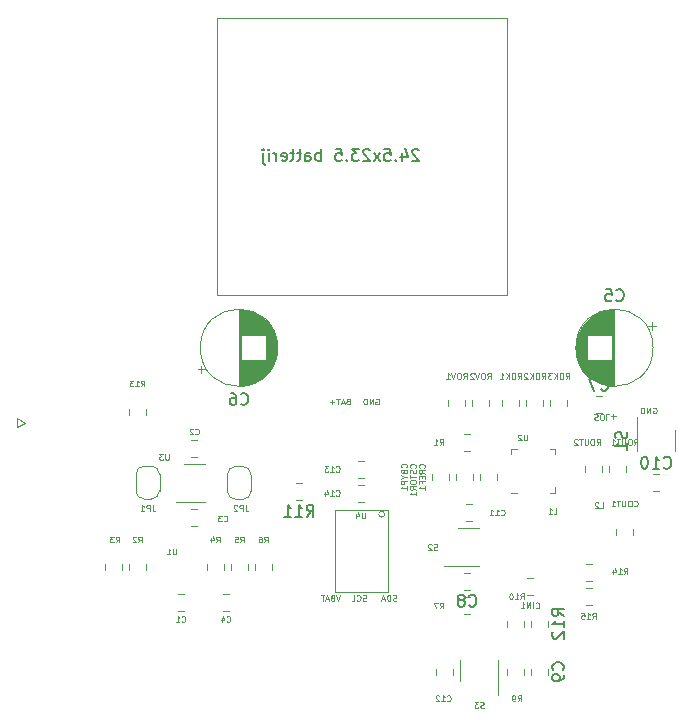
<source format=gbo>
G04 #@! TF.GenerationSoftware,KiCad,Pcbnew,(5.1.5)-3*
G04 #@! TF.CreationDate,2020-08-17T10:15:17+02:00*
G04 #@! TF.ProjectId,Power_module_v1,506f7765-725f-46d6-9f64-756c655f7631,rev?*
G04 #@! TF.SameCoordinates,Original*
G04 #@! TF.FileFunction,Legend,Bot*
G04 #@! TF.FilePolarity,Positive*
%FSLAX46Y46*%
G04 Gerber Fmt 4.6, Leading zero omitted, Abs format (unit mm)*
G04 Created by KiCad (PCBNEW (5.1.5)-3) date 2020-08-17 10:15:17*
%MOMM*%
%LPD*%
G04 APERTURE LIST*
%ADD10C,0.125000*%
%ADD11C,0.120000*%
%ADD12C,0.150000*%
G04 APERTURE END LIST*
D10*
X142339333Y-83617619D02*
X142410761Y-83593809D01*
X142529809Y-83593809D01*
X142577428Y-83617619D01*
X142601238Y-83641428D01*
X142625047Y-83689047D01*
X142625047Y-83736666D01*
X142601238Y-83784285D01*
X142577428Y-83808095D01*
X142529809Y-83831904D01*
X142434571Y-83855714D01*
X142386952Y-83879523D01*
X142363142Y-83903333D01*
X142339333Y-83950952D01*
X142339333Y-83998571D01*
X142363142Y-84046190D01*
X142386952Y-84070000D01*
X142434571Y-84093809D01*
X142553619Y-84093809D01*
X142625047Y-84070000D01*
X142934571Y-84093809D02*
X143029809Y-84093809D01*
X143077428Y-84070000D01*
X143125047Y-84022380D01*
X143148857Y-83927142D01*
X143148857Y-83760476D01*
X143125047Y-83665238D01*
X143077428Y-83617619D01*
X143029809Y-83593809D01*
X142934571Y-83593809D01*
X142886952Y-83617619D01*
X142839333Y-83665238D01*
X142815523Y-83760476D01*
X142815523Y-83927142D01*
X142839333Y-84022380D01*
X142886952Y-84070000D01*
X142934571Y-84093809D01*
X143601238Y-83593809D02*
X143363142Y-83593809D01*
X143363142Y-84093809D01*
X143767904Y-83784285D02*
X144148857Y-83784285D01*
X143958380Y-83593809D02*
X143958380Y-83974761D01*
X147319952Y-83062000D02*
X147367571Y-83038190D01*
X147439000Y-83038190D01*
X147510428Y-83062000D01*
X147558047Y-83109619D01*
X147581857Y-83157238D01*
X147605666Y-83252476D01*
X147605666Y-83323904D01*
X147581857Y-83419142D01*
X147558047Y-83466761D01*
X147510428Y-83514380D01*
X147439000Y-83538190D01*
X147391380Y-83538190D01*
X147319952Y-83514380D01*
X147296142Y-83490571D01*
X147296142Y-83323904D01*
X147391380Y-83323904D01*
X147081857Y-83538190D02*
X147081857Y-83038190D01*
X146796142Y-83538190D01*
X146796142Y-83038190D01*
X146558047Y-83538190D02*
X146558047Y-83038190D01*
X146439000Y-83038190D01*
X146367571Y-83062000D01*
X146319952Y-83109619D01*
X146296142Y-83157238D01*
X146272333Y-83252476D01*
X146272333Y-83323904D01*
X146296142Y-83419142D01*
X146319952Y-83466761D01*
X146367571Y-83514380D01*
X146439000Y-83538190D01*
X146558047Y-83538190D01*
X123824952Y-82300000D02*
X123872571Y-82276190D01*
X123944000Y-82276190D01*
X124015428Y-82300000D01*
X124063047Y-82347619D01*
X124086857Y-82395238D01*
X124110666Y-82490476D01*
X124110666Y-82561904D01*
X124086857Y-82657142D01*
X124063047Y-82704761D01*
X124015428Y-82752380D01*
X123944000Y-82776190D01*
X123896380Y-82776190D01*
X123824952Y-82752380D01*
X123801142Y-82728571D01*
X123801142Y-82561904D01*
X123896380Y-82561904D01*
X123586857Y-82776190D02*
X123586857Y-82276190D01*
X123301142Y-82776190D01*
X123301142Y-82276190D01*
X123063047Y-82776190D02*
X123063047Y-82276190D01*
X122944000Y-82276190D01*
X122872571Y-82300000D01*
X122824952Y-82347619D01*
X122801142Y-82395238D01*
X122777333Y-82490476D01*
X122777333Y-82561904D01*
X122801142Y-82657142D01*
X122824952Y-82704761D01*
X122872571Y-82752380D01*
X122944000Y-82776190D01*
X123063047Y-82776190D01*
X121455571Y-82514285D02*
X121384142Y-82538095D01*
X121360333Y-82561904D01*
X121336523Y-82609523D01*
X121336523Y-82680952D01*
X121360333Y-82728571D01*
X121384142Y-82752380D01*
X121431761Y-82776190D01*
X121622238Y-82776190D01*
X121622238Y-82276190D01*
X121455571Y-82276190D01*
X121407952Y-82300000D01*
X121384142Y-82323809D01*
X121360333Y-82371428D01*
X121360333Y-82419047D01*
X121384142Y-82466666D01*
X121407952Y-82490476D01*
X121455571Y-82514285D01*
X121622238Y-82514285D01*
X121146047Y-82633333D02*
X120907952Y-82633333D01*
X121193666Y-82776190D02*
X121027000Y-82276190D01*
X120860333Y-82776190D01*
X120765095Y-82276190D02*
X120479380Y-82276190D01*
X120622238Y-82776190D02*
X120622238Y-82276190D01*
X120312714Y-82585714D02*
X119931761Y-82585714D01*
X120122238Y-82776190D02*
X120122238Y-82395238D01*
D11*
X93472000Y-84074000D02*
X93472000Y-83947000D01*
X93472000Y-84709000D02*
X93472000Y-84074000D01*
X94107000Y-84328000D02*
X93472000Y-84709000D01*
X93472000Y-83947000D02*
X94107000Y-84328000D01*
D10*
X125575142Y-99389380D02*
X125503714Y-99413190D01*
X125384666Y-99413190D01*
X125337047Y-99389380D01*
X125313238Y-99365571D01*
X125289428Y-99317952D01*
X125289428Y-99270333D01*
X125313238Y-99222714D01*
X125337047Y-99198904D01*
X125384666Y-99175095D01*
X125479904Y-99151285D01*
X125527523Y-99127476D01*
X125551333Y-99103666D01*
X125575142Y-99056047D01*
X125575142Y-99008428D01*
X125551333Y-98960809D01*
X125527523Y-98937000D01*
X125479904Y-98913190D01*
X125360857Y-98913190D01*
X125289428Y-98937000D01*
X125075142Y-99413190D02*
X125075142Y-98913190D01*
X124956095Y-98913190D01*
X124884666Y-98937000D01*
X124837047Y-98984619D01*
X124813238Y-99032238D01*
X124789428Y-99127476D01*
X124789428Y-99198904D01*
X124813238Y-99294142D01*
X124837047Y-99341761D01*
X124884666Y-99389380D01*
X124956095Y-99413190D01*
X125075142Y-99413190D01*
X124598952Y-99270333D02*
X124360857Y-99270333D01*
X124646571Y-99413190D02*
X124479904Y-98913190D01*
X124313238Y-99413190D01*
X123023238Y-99389380D02*
X122951809Y-99413190D01*
X122832761Y-99413190D01*
X122785142Y-99389380D01*
X122761333Y-99365571D01*
X122737523Y-99317952D01*
X122737523Y-99270333D01*
X122761333Y-99222714D01*
X122785142Y-99198904D01*
X122832761Y-99175095D01*
X122928000Y-99151285D01*
X122975619Y-99127476D01*
X122999428Y-99103666D01*
X123023238Y-99056047D01*
X123023238Y-99008428D01*
X122999428Y-98960809D01*
X122975619Y-98937000D01*
X122928000Y-98913190D01*
X122808952Y-98913190D01*
X122737523Y-98937000D01*
X122237523Y-99365571D02*
X122261333Y-99389380D01*
X122332761Y-99413190D01*
X122380380Y-99413190D01*
X122451809Y-99389380D01*
X122499428Y-99341761D01*
X122523238Y-99294142D01*
X122547047Y-99198904D01*
X122547047Y-99127476D01*
X122523238Y-99032238D01*
X122499428Y-98984619D01*
X122451809Y-98937000D01*
X122380380Y-98913190D01*
X122332761Y-98913190D01*
X122261333Y-98937000D01*
X122237523Y-98960809D01*
X121785142Y-99413190D02*
X122023238Y-99413190D01*
X122023238Y-98913190D01*
X120836428Y-98913190D02*
X120669761Y-99413190D01*
X120503095Y-98913190D01*
X120169761Y-99151285D02*
X120098333Y-99175095D01*
X120074523Y-99198904D01*
X120050714Y-99246523D01*
X120050714Y-99317952D01*
X120074523Y-99365571D01*
X120098333Y-99389380D01*
X120145952Y-99413190D01*
X120336428Y-99413190D01*
X120336428Y-98913190D01*
X120169761Y-98913190D01*
X120122142Y-98937000D01*
X120098333Y-98960809D01*
X120074523Y-99008428D01*
X120074523Y-99056047D01*
X120098333Y-99103666D01*
X120122142Y-99127476D01*
X120169761Y-99151285D01*
X120336428Y-99151285D01*
X119860238Y-99270333D02*
X119622142Y-99270333D01*
X119907857Y-99413190D02*
X119741190Y-98913190D01*
X119574523Y-99413190D01*
X119479285Y-98913190D02*
X119193571Y-98913190D01*
X119336428Y-99413190D02*
X119336428Y-98913190D01*
D12*
X127472247Y-61244219D02*
X127424628Y-61196600D01*
X127329390Y-61148980D01*
X127091295Y-61148980D01*
X126996057Y-61196600D01*
X126948438Y-61244219D01*
X126900819Y-61339457D01*
X126900819Y-61434695D01*
X126948438Y-61577552D01*
X127519866Y-62148980D01*
X126900819Y-62148980D01*
X126043676Y-61482314D02*
X126043676Y-62148980D01*
X126281771Y-61101361D02*
X126519866Y-61815647D01*
X125900819Y-61815647D01*
X125519866Y-62053742D02*
X125472247Y-62101361D01*
X125519866Y-62148980D01*
X125567485Y-62101361D01*
X125519866Y-62053742D01*
X125519866Y-62148980D01*
X124567485Y-61148980D02*
X125043676Y-61148980D01*
X125091295Y-61625171D01*
X125043676Y-61577552D01*
X124948438Y-61529933D01*
X124710342Y-61529933D01*
X124615104Y-61577552D01*
X124567485Y-61625171D01*
X124519866Y-61720409D01*
X124519866Y-61958504D01*
X124567485Y-62053742D01*
X124615104Y-62101361D01*
X124710342Y-62148980D01*
X124948438Y-62148980D01*
X125043676Y-62101361D01*
X125091295Y-62053742D01*
X124186533Y-62148980D02*
X123662723Y-61482314D01*
X124186533Y-61482314D02*
X123662723Y-62148980D01*
X123329390Y-61244219D02*
X123281771Y-61196600D01*
X123186533Y-61148980D01*
X122948438Y-61148980D01*
X122853200Y-61196600D01*
X122805580Y-61244219D01*
X122757961Y-61339457D01*
X122757961Y-61434695D01*
X122805580Y-61577552D01*
X123377009Y-62148980D01*
X122757961Y-62148980D01*
X122424628Y-61148980D02*
X121805580Y-61148980D01*
X122138914Y-61529933D01*
X121996057Y-61529933D01*
X121900819Y-61577552D01*
X121853200Y-61625171D01*
X121805580Y-61720409D01*
X121805580Y-61958504D01*
X121853200Y-62053742D01*
X121900819Y-62101361D01*
X121996057Y-62148980D01*
X122281771Y-62148980D01*
X122377009Y-62101361D01*
X122424628Y-62053742D01*
X121377009Y-62053742D02*
X121329390Y-62101361D01*
X121377009Y-62148980D01*
X121424628Y-62101361D01*
X121377009Y-62053742D01*
X121377009Y-62148980D01*
X120424628Y-61148980D02*
X120900819Y-61148980D01*
X120948438Y-61625171D01*
X120900819Y-61577552D01*
X120805580Y-61529933D01*
X120567485Y-61529933D01*
X120472247Y-61577552D01*
X120424628Y-61625171D01*
X120377009Y-61720409D01*
X120377009Y-61958504D01*
X120424628Y-62053742D01*
X120472247Y-62101361D01*
X120567485Y-62148980D01*
X120805580Y-62148980D01*
X120900819Y-62101361D01*
X120948438Y-62053742D01*
X119186533Y-62148980D02*
X119186533Y-61148980D01*
X119186533Y-61529933D02*
X119091295Y-61482314D01*
X118900819Y-61482314D01*
X118805580Y-61529933D01*
X118757961Y-61577552D01*
X118710342Y-61672790D01*
X118710342Y-61958504D01*
X118757961Y-62053742D01*
X118805580Y-62101361D01*
X118900819Y-62148980D01*
X119091295Y-62148980D01*
X119186533Y-62101361D01*
X117853200Y-62148980D02*
X117853200Y-61625171D01*
X117900819Y-61529933D01*
X117996057Y-61482314D01*
X118186533Y-61482314D01*
X118281771Y-61529933D01*
X117853200Y-62101361D02*
X117948438Y-62148980D01*
X118186533Y-62148980D01*
X118281771Y-62101361D01*
X118329390Y-62006123D01*
X118329390Y-61910885D01*
X118281771Y-61815647D01*
X118186533Y-61768028D01*
X117948438Y-61768028D01*
X117853200Y-61720409D01*
X117519866Y-61482314D02*
X117138914Y-61482314D01*
X117377009Y-61148980D02*
X117377009Y-62006123D01*
X117329390Y-62101361D01*
X117234152Y-62148980D01*
X117138914Y-62148980D01*
X116948438Y-61482314D02*
X116567485Y-61482314D01*
X116805580Y-61148980D02*
X116805580Y-62006123D01*
X116757961Y-62101361D01*
X116662723Y-62148980D01*
X116567485Y-62148980D01*
X115853200Y-62101361D02*
X115948438Y-62148980D01*
X116138914Y-62148980D01*
X116234152Y-62101361D01*
X116281771Y-62006123D01*
X116281771Y-61625171D01*
X116234152Y-61529933D01*
X116138914Y-61482314D01*
X115948438Y-61482314D01*
X115853200Y-61529933D01*
X115805580Y-61625171D01*
X115805580Y-61720409D01*
X116281771Y-61815647D01*
X115377009Y-62148980D02*
X115377009Y-61482314D01*
X115377009Y-61672790D02*
X115329390Y-61577552D01*
X115281771Y-61529933D01*
X115186533Y-61482314D01*
X115091295Y-61482314D01*
X114757961Y-62148980D02*
X114757961Y-61482314D01*
X114757961Y-61148980D02*
X114805580Y-61196600D01*
X114757961Y-61244219D01*
X114710342Y-61196600D01*
X114757961Y-61148980D01*
X114757961Y-61244219D01*
X114281771Y-61482314D02*
X114281771Y-62339457D01*
X114329390Y-62434695D01*
X114424628Y-62482314D01*
X114472247Y-62482314D01*
X114281771Y-61148980D02*
X114329390Y-61196600D01*
X114281771Y-61244219D01*
X114234152Y-61196600D01*
X114281771Y-61148980D01*
X114281771Y-61244219D01*
D11*
X110416400Y-50033000D02*
X110416400Y-73533000D01*
X134916400Y-50033000D02*
X110416400Y-50033000D01*
X134916400Y-73533000D02*
X134916400Y-50033000D01*
X110416400Y-73533000D02*
X134916400Y-73533000D01*
X106136223Y-97706080D02*
G75*
G03X106136223Y-97706080I-52363J0D01*
G01*
X107053748Y-98858000D02*
X107576252Y-98858000D01*
X107053748Y-100278000D02*
X107576252Y-100278000D01*
X108205748Y-87197000D02*
X108728252Y-87197000D01*
X108205748Y-85777000D02*
X108728252Y-85777000D01*
X108710252Y-91619000D02*
X108187748Y-91619000D01*
X108710252Y-93039000D02*
X108187748Y-93039000D01*
X110863748Y-100278000D02*
X111386252Y-100278000D01*
X110863748Y-98858000D02*
X111386252Y-98858000D01*
X131960252Y-92658000D02*
X131437748Y-92658000D01*
X131960252Y-91238000D02*
X131437748Y-91238000D01*
X128957000Y-105139748D02*
X128957000Y-105662252D01*
X130377000Y-105139748D02*
X130377000Y-105662252D01*
X122293748Y-87555000D02*
X122816252Y-87555000D01*
X122293748Y-88975000D02*
X122816252Y-88975000D01*
X122284748Y-89587000D02*
X122807252Y-89587000D01*
X122284748Y-91007000D02*
X122807252Y-91007000D01*
X128576000Y-89161252D02*
X128576000Y-88638748D01*
X129996000Y-89161252D02*
X129996000Y-88638748D01*
X136635748Y-98881000D02*
X137158252Y-98881000D01*
X136635748Y-97461000D02*
X137158252Y-97461000D01*
X144197000Y-93328748D02*
X144197000Y-93851252D01*
X145617000Y-93328748D02*
X145617000Y-93851252D01*
X134060000Y-88647748D02*
X134060000Y-89170252D01*
X132640000Y-88647748D02*
X132640000Y-89170252D01*
X132028000Y-89152252D02*
X132028000Y-88629748D01*
X130608000Y-89152252D02*
X130608000Y-88629748D01*
X105521000Y-88693000D02*
G75*
G03X104821000Y-87993000I-700000J0D01*
G01*
X104221000Y-87993000D02*
G75*
G03X103521000Y-88693000I0J-700000D01*
G01*
X103521000Y-90093000D02*
G75*
G03X104221000Y-90793000I700000J0D01*
G01*
X104821000Y-90793000D02*
G75*
G03X105521000Y-90093000I0J700000D01*
G01*
X104221000Y-90793000D02*
X104821000Y-90793000D01*
X103521000Y-88693000D02*
X103521000Y-90093000D01*
X104821000Y-87993000D02*
X104221000Y-87993000D01*
X105521000Y-90093000D02*
X105521000Y-88693000D01*
X111268000Y-88723000D02*
X111268000Y-90123000D01*
X111968000Y-90823000D02*
X112568000Y-90823000D01*
X113268000Y-90123000D02*
X113268000Y-88723000D01*
X112568000Y-88023000D02*
X111968000Y-88023000D01*
X111968000Y-88023000D02*
G75*
G03X111268000Y-88723000I0J-700000D01*
G01*
X113268000Y-88723000D02*
G75*
G03X112568000Y-88023000I-700000J0D01*
G01*
X112568000Y-90823000D02*
G75*
G03X113268000Y-90123000I0J700000D01*
G01*
X111268000Y-90123000D02*
G75*
G03X111968000Y-90823000I700000J0D01*
G01*
X131824252Y-85269000D02*
X131301748Y-85269000D01*
X131824252Y-86689000D02*
X131301748Y-86689000D01*
X102922000Y-96772252D02*
X102922000Y-96249748D01*
X104342000Y-96772252D02*
X104342000Y-96249748D01*
X102310000Y-96790252D02*
X102310000Y-96267748D01*
X100890000Y-96790252D02*
X100890000Y-96267748D01*
X110946000Y-96249748D02*
X110946000Y-96772252D01*
X109526000Y-96249748D02*
X109526000Y-96772252D01*
X111558000Y-96249748D02*
X111558000Y-96772252D01*
X112978000Y-96249748D02*
X112978000Y-96772252D01*
X115010000Y-96781252D02*
X115010000Y-96258748D01*
X113590000Y-96781252D02*
X113590000Y-96258748D01*
X131310748Y-100532000D02*
X131833252Y-100532000D01*
X131310748Y-99112000D02*
X131833252Y-99112000D01*
X134926000Y-105662252D02*
X134926000Y-105139748D01*
X136346000Y-105662252D02*
X136346000Y-105139748D01*
X136346000Y-101607252D02*
X136346000Y-101084748D01*
X134926000Y-101607252D02*
X134926000Y-101084748D01*
X104342000Y-83177748D02*
X104342000Y-83700252D01*
X102922000Y-83177748D02*
X102922000Y-83700252D01*
X141588748Y-96318000D02*
X142111252Y-96318000D01*
X141588748Y-97738000D02*
X142111252Y-97738000D01*
X141588748Y-99770000D02*
X142111252Y-99770000D01*
X141588748Y-98350000D02*
X142111252Y-98350000D01*
X135965000Y-82406748D02*
X135965000Y-82929252D01*
X134545000Y-82406748D02*
X134545000Y-82929252D01*
X137997000Y-82938252D02*
X137997000Y-82415748D01*
X136577000Y-82938252D02*
X136577000Y-82415748D01*
X140029000Y-82406748D02*
X140029000Y-82929252D01*
X138609000Y-82406748D02*
X138609000Y-82929252D01*
X144982000Y-88535252D02*
X144982000Y-88012748D01*
X143562000Y-88535252D02*
X143562000Y-88012748D01*
X142950000Y-87994748D02*
X142950000Y-88517252D01*
X141530000Y-87994748D02*
X141530000Y-88517252D01*
X129973000Y-82947252D02*
X129973000Y-82424748D01*
X131393000Y-82947252D02*
X131393000Y-82424748D01*
X132005000Y-82424748D02*
X132005000Y-82947252D01*
X133425000Y-82424748D02*
X133425000Y-82947252D01*
X130799000Y-93259000D02*
X132599000Y-93259000D01*
X132599000Y-96479000D02*
X129649000Y-96479000D01*
X134198000Y-104430000D02*
X134198000Y-107380000D01*
X130978000Y-106230000D02*
X130978000Y-104430000D01*
X138545000Y-90252000D02*
X139020000Y-90252000D01*
X139020000Y-90252000D02*
X139020000Y-89777000D01*
X135775000Y-86532000D02*
X135300000Y-86532000D01*
X135300000Y-86532000D02*
X135300000Y-87007000D01*
X138545000Y-86532000D02*
X139020000Y-86532000D01*
X139020000Y-86532000D02*
X139020000Y-87007000D01*
X135775000Y-90252000D02*
X135300000Y-90252000D01*
X107558000Y-87798000D02*
X109358000Y-87798000D01*
X109358000Y-91018000D02*
X106908000Y-91018000D01*
X124841000Y-91694000D02*
X120396000Y-91694000D01*
X120396000Y-91694000D02*
X120396000Y-98679000D01*
X120396000Y-98679000D02*
X124841000Y-98679000D01*
X124841000Y-98679000D02*
X124841000Y-91694000D01*
X124587000Y-92075000D02*
G75*
G03X124587000Y-92075000I-254000J0D01*
G01*
X147308000Y-77978000D02*
G75*
G03X147308000Y-77978000I-3270000J0D01*
G01*
X144038000Y-74748000D02*
X144038000Y-81208000D01*
X143998000Y-74748000D02*
X143998000Y-81208000D01*
X143958000Y-74748000D02*
X143958000Y-81208000D01*
X143918000Y-74750000D02*
X143918000Y-81206000D01*
X143878000Y-74751000D02*
X143878000Y-81205000D01*
X143838000Y-74754000D02*
X143838000Y-81202000D01*
X143798000Y-74756000D02*
X143798000Y-76938000D01*
X143798000Y-79018000D02*
X143798000Y-81200000D01*
X143758000Y-74760000D02*
X143758000Y-76938000D01*
X143758000Y-79018000D02*
X143758000Y-81196000D01*
X143718000Y-74763000D02*
X143718000Y-76938000D01*
X143718000Y-79018000D02*
X143718000Y-81193000D01*
X143678000Y-74767000D02*
X143678000Y-76938000D01*
X143678000Y-79018000D02*
X143678000Y-81189000D01*
X143638000Y-74772000D02*
X143638000Y-76938000D01*
X143638000Y-79018000D02*
X143638000Y-81184000D01*
X143598000Y-74777000D02*
X143598000Y-76938000D01*
X143598000Y-79018000D02*
X143598000Y-81179000D01*
X143558000Y-74783000D02*
X143558000Y-76938000D01*
X143558000Y-79018000D02*
X143558000Y-81173000D01*
X143518000Y-74789000D02*
X143518000Y-76938000D01*
X143518000Y-79018000D02*
X143518000Y-81167000D01*
X143478000Y-74796000D02*
X143478000Y-76938000D01*
X143478000Y-79018000D02*
X143478000Y-81160000D01*
X143438000Y-74803000D02*
X143438000Y-76938000D01*
X143438000Y-79018000D02*
X143438000Y-81153000D01*
X143398000Y-74811000D02*
X143398000Y-76938000D01*
X143398000Y-79018000D02*
X143398000Y-81145000D01*
X143358000Y-74819000D02*
X143358000Y-76938000D01*
X143358000Y-79018000D02*
X143358000Y-81137000D01*
X143317000Y-74828000D02*
X143317000Y-76938000D01*
X143317000Y-79018000D02*
X143317000Y-81128000D01*
X143277000Y-74837000D02*
X143277000Y-76938000D01*
X143277000Y-79018000D02*
X143277000Y-81119000D01*
X143237000Y-74847000D02*
X143237000Y-76938000D01*
X143237000Y-79018000D02*
X143237000Y-81109000D01*
X143197000Y-74857000D02*
X143197000Y-76938000D01*
X143197000Y-79018000D02*
X143197000Y-81099000D01*
X143157000Y-74868000D02*
X143157000Y-76938000D01*
X143157000Y-79018000D02*
X143157000Y-81088000D01*
X143117000Y-74880000D02*
X143117000Y-76938000D01*
X143117000Y-79018000D02*
X143117000Y-81076000D01*
X143077000Y-74892000D02*
X143077000Y-76938000D01*
X143077000Y-79018000D02*
X143077000Y-81064000D01*
X143037000Y-74904000D02*
X143037000Y-76938000D01*
X143037000Y-79018000D02*
X143037000Y-81052000D01*
X142997000Y-74917000D02*
X142997000Y-76938000D01*
X142997000Y-79018000D02*
X142997000Y-81039000D01*
X142957000Y-74931000D02*
X142957000Y-76938000D01*
X142957000Y-79018000D02*
X142957000Y-81025000D01*
X142917000Y-74945000D02*
X142917000Y-76938000D01*
X142917000Y-79018000D02*
X142917000Y-81011000D01*
X142877000Y-74960000D02*
X142877000Y-76938000D01*
X142877000Y-79018000D02*
X142877000Y-80996000D01*
X142837000Y-74976000D02*
X142837000Y-76938000D01*
X142837000Y-79018000D02*
X142837000Y-80980000D01*
X142797000Y-74992000D02*
X142797000Y-76938000D01*
X142797000Y-79018000D02*
X142797000Y-80964000D01*
X142757000Y-75008000D02*
X142757000Y-76938000D01*
X142757000Y-79018000D02*
X142757000Y-80948000D01*
X142717000Y-75026000D02*
X142717000Y-76938000D01*
X142717000Y-79018000D02*
X142717000Y-80930000D01*
X142677000Y-75044000D02*
X142677000Y-76938000D01*
X142677000Y-79018000D02*
X142677000Y-80912000D01*
X142637000Y-75062000D02*
X142637000Y-76938000D01*
X142637000Y-79018000D02*
X142637000Y-80894000D01*
X142597000Y-75082000D02*
X142597000Y-76938000D01*
X142597000Y-79018000D02*
X142597000Y-80874000D01*
X142557000Y-75102000D02*
X142557000Y-76938000D01*
X142557000Y-79018000D02*
X142557000Y-80854000D01*
X142517000Y-75122000D02*
X142517000Y-76938000D01*
X142517000Y-79018000D02*
X142517000Y-80834000D01*
X142477000Y-75144000D02*
X142477000Y-76938000D01*
X142477000Y-79018000D02*
X142477000Y-80812000D01*
X142437000Y-75166000D02*
X142437000Y-76938000D01*
X142437000Y-79018000D02*
X142437000Y-80790000D01*
X142397000Y-75188000D02*
X142397000Y-76938000D01*
X142397000Y-79018000D02*
X142397000Y-80768000D01*
X142357000Y-75212000D02*
X142357000Y-76938000D01*
X142357000Y-79018000D02*
X142357000Y-80744000D01*
X142317000Y-75236000D02*
X142317000Y-76938000D01*
X142317000Y-79018000D02*
X142317000Y-80720000D01*
X142277000Y-75262000D02*
X142277000Y-76938000D01*
X142277000Y-79018000D02*
X142277000Y-80694000D01*
X142237000Y-75288000D02*
X142237000Y-76938000D01*
X142237000Y-79018000D02*
X142237000Y-80668000D01*
X142197000Y-75314000D02*
X142197000Y-76938000D01*
X142197000Y-79018000D02*
X142197000Y-80642000D01*
X142157000Y-75342000D02*
X142157000Y-76938000D01*
X142157000Y-79018000D02*
X142157000Y-80614000D01*
X142117000Y-75371000D02*
X142117000Y-76938000D01*
X142117000Y-79018000D02*
X142117000Y-80585000D01*
X142077000Y-75400000D02*
X142077000Y-76938000D01*
X142077000Y-79018000D02*
X142077000Y-80556000D01*
X142037000Y-75430000D02*
X142037000Y-76938000D01*
X142037000Y-79018000D02*
X142037000Y-80526000D01*
X141997000Y-75462000D02*
X141997000Y-76938000D01*
X141997000Y-79018000D02*
X141997000Y-80494000D01*
X141957000Y-75494000D02*
X141957000Y-76938000D01*
X141957000Y-79018000D02*
X141957000Y-80462000D01*
X141917000Y-75528000D02*
X141917000Y-76938000D01*
X141917000Y-79018000D02*
X141917000Y-80428000D01*
X141877000Y-75562000D02*
X141877000Y-76938000D01*
X141877000Y-79018000D02*
X141877000Y-80394000D01*
X141837000Y-75598000D02*
X141837000Y-76938000D01*
X141837000Y-79018000D02*
X141837000Y-80358000D01*
X141797000Y-75635000D02*
X141797000Y-76938000D01*
X141797000Y-79018000D02*
X141797000Y-80321000D01*
X141757000Y-75673000D02*
X141757000Y-76938000D01*
X141757000Y-79018000D02*
X141757000Y-80283000D01*
X141717000Y-75713000D02*
X141717000Y-80243000D01*
X141677000Y-75754000D02*
X141677000Y-80202000D01*
X141637000Y-75796000D02*
X141637000Y-80160000D01*
X141597000Y-75841000D02*
X141597000Y-80115000D01*
X141557000Y-75886000D02*
X141557000Y-80070000D01*
X141517000Y-75934000D02*
X141517000Y-80022000D01*
X141477000Y-75983000D02*
X141477000Y-79973000D01*
X141437000Y-76034000D02*
X141437000Y-79922000D01*
X141397000Y-76088000D02*
X141397000Y-79868000D01*
X141357000Y-76144000D02*
X141357000Y-79812000D01*
X141317000Y-76202000D02*
X141317000Y-79754000D01*
X141277000Y-76264000D02*
X141277000Y-79692000D01*
X141237000Y-76328000D02*
X141237000Y-79628000D01*
X141197000Y-76397000D02*
X141197000Y-79559000D01*
X141157000Y-76469000D02*
X141157000Y-79487000D01*
X141117000Y-76546000D02*
X141117000Y-79410000D01*
X141077000Y-76628000D02*
X141077000Y-79328000D01*
X141037000Y-76716000D02*
X141037000Y-79240000D01*
X140997000Y-76813000D02*
X140997000Y-79143000D01*
X140957000Y-76919000D02*
X140957000Y-79037000D01*
X140917000Y-77038000D02*
X140917000Y-78918000D01*
X140877000Y-77176000D02*
X140877000Y-78780000D01*
X140837000Y-77345000D02*
X140837000Y-78611000D01*
X140797000Y-77576000D02*
X140797000Y-78380000D01*
X147538241Y-76139000D02*
X146908241Y-76139000D01*
X147223241Y-75824000D02*
X147223241Y-76454000D01*
X109062759Y-80132000D02*
X109062759Y-79502000D01*
X108747759Y-79817000D02*
X109377759Y-79817000D01*
X115489000Y-78380000D02*
X115489000Y-77576000D01*
X115449000Y-78611000D02*
X115449000Y-77345000D01*
X115409000Y-78780000D02*
X115409000Y-77176000D01*
X115369000Y-78918000D02*
X115369000Y-77038000D01*
X115329000Y-79037000D02*
X115329000Y-76919000D01*
X115289000Y-79143000D02*
X115289000Y-76813000D01*
X115249000Y-79240000D02*
X115249000Y-76716000D01*
X115209000Y-79328000D02*
X115209000Y-76628000D01*
X115169000Y-79410000D02*
X115169000Y-76546000D01*
X115129000Y-79487000D02*
X115129000Y-76469000D01*
X115089000Y-79559000D02*
X115089000Y-76397000D01*
X115049000Y-79628000D02*
X115049000Y-76328000D01*
X115009000Y-79692000D02*
X115009000Y-76264000D01*
X114969000Y-79754000D02*
X114969000Y-76202000D01*
X114929000Y-79812000D02*
X114929000Y-76144000D01*
X114889000Y-79868000D02*
X114889000Y-76088000D01*
X114849000Y-79922000D02*
X114849000Y-76034000D01*
X114809000Y-79973000D02*
X114809000Y-75983000D01*
X114769000Y-80022000D02*
X114769000Y-75934000D01*
X114729000Y-80070000D02*
X114729000Y-75886000D01*
X114689000Y-80115000D02*
X114689000Y-75841000D01*
X114649000Y-80160000D02*
X114649000Y-75796000D01*
X114609000Y-80202000D02*
X114609000Y-75754000D01*
X114569000Y-80243000D02*
X114569000Y-75713000D01*
X114529000Y-76938000D02*
X114529000Y-75673000D01*
X114529000Y-80283000D02*
X114529000Y-79018000D01*
X114489000Y-76938000D02*
X114489000Y-75635000D01*
X114489000Y-80321000D02*
X114489000Y-79018000D01*
X114449000Y-76938000D02*
X114449000Y-75598000D01*
X114449000Y-80358000D02*
X114449000Y-79018000D01*
X114409000Y-76938000D02*
X114409000Y-75562000D01*
X114409000Y-80394000D02*
X114409000Y-79018000D01*
X114369000Y-76938000D02*
X114369000Y-75528000D01*
X114369000Y-80428000D02*
X114369000Y-79018000D01*
X114329000Y-76938000D02*
X114329000Y-75494000D01*
X114329000Y-80462000D02*
X114329000Y-79018000D01*
X114289000Y-76938000D02*
X114289000Y-75462000D01*
X114289000Y-80494000D02*
X114289000Y-79018000D01*
X114249000Y-76938000D02*
X114249000Y-75430000D01*
X114249000Y-80526000D02*
X114249000Y-79018000D01*
X114209000Y-76938000D02*
X114209000Y-75400000D01*
X114209000Y-80556000D02*
X114209000Y-79018000D01*
X114169000Y-76938000D02*
X114169000Y-75371000D01*
X114169000Y-80585000D02*
X114169000Y-79018000D01*
X114129000Y-76938000D02*
X114129000Y-75342000D01*
X114129000Y-80614000D02*
X114129000Y-79018000D01*
X114089000Y-76938000D02*
X114089000Y-75314000D01*
X114089000Y-80642000D02*
X114089000Y-79018000D01*
X114049000Y-76938000D02*
X114049000Y-75288000D01*
X114049000Y-80668000D02*
X114049000Y-79018000D01*
X114009000Y-76938000D02*
X114009000Y-75262000D01*
X114009000Y-80694000D02*
X114009000Y-79018000D01*
X113969000Y-76938000D02*
X113969000Y-75236000D01*
X113969000Y-80720000D02*
X113969000Y-79018000D01*
X113929000Y-76938000D02*
X113929000Y-75212000D01*
X113929000Y-80744000D02*
X113929000Y-79018000D01*
X113889000Y-76938000D02*
X113889000Y-75188000D01*
X113889000Y-80768000D02*
X113889000Y-79018000D01*
X113849000Y-76938000D02*
X113849000Y-75166000D01*
X113849000Y-80790000D02*
X113849000Y-79018000D01*
X113809000Y-76938000D02*
X113809000Y-75144000D01*
X113809000Y-80812000D02*
X113809000Y-79018000D01*
X113769000Y-76938000D02*
X113769000Y-75122000D01*
X113769000Y-80834000D02*
X113769000Y-79018000D01*
X113729000Y-76938000D02*
X113729000Y-75102000D01*
X113729000Y-80854000D02*
X113729000Y-79018000D01*
X113689000Y-76938000D02*
X113689000Y-75082000D01*
X113689000Y-80874000D02*
X113689000Y-79018000D01*
X113649000Y-76938000D02*
X113649000Y-75062000D01*
X113649000Y-80894000D02*
X113649000Y-79018000D01*
X113609000Y-76938000D02*
X113609000Y-75044000D01*
X113609000Y-80912000D02*
X113609000Y-79018000D01*
X113569000Y-76938000D02*
X113569000Y-75026000D01*
X113569000Y-80930000D02*
X113569000Y-79018000D01*
X113529000Y-76938000D02*
X113529000Y-75008000D01*
X113529000Y-80948000D02*
X113529000Y-79018000D01*
X113489000Y-76938000D02*
X113489000Y-74992000D01*
X113489000Y-80964000D02*
X113489000Y-79018000D01*
X113449000Y-76938000D02*
X113449000Y-74976000D01*
X113449000Y-80980000D02*
X113449000Y-79018000D01*
X113409000Y-76938000D02*
X113409000Y-74960000D01*
X113409000Y-80996000D02*
X113409000Y-79018000D01*
X113369000Y-76938000D02*
X113369000Y-74945000D01*
X113369000Y-81011000D02*
X113369000Y-79018000D01*
X113329000Y-76938000D02*
X113329000Y-74931000D01*
X113329000Y-81025000D02*
X113329000Y-79018000D01*
X113289000Y-76938000D02*
X113289000Y-74917000D01*
X113289000Y-81039000D02*
X113289000Y-79018000D01*
X113249000Y-76938000D02*
X113249000Y-74904000D01*
X113249000Y-81052000D02*
X113249000Y-79018000D01*
X113209000Y-76938000D02*
X113209000Y-74892000D01*
X113209000Y-81064000D02*
X113209000Y-79018000D01*
X113169000Y-76938000D02*
X113169000Y-74880000D01*
X113169000Y-81076000D02*
X113169000Y-79018000D01*
X113129000Y-76938000D02*
X113129000Y-74868000D01*
X113129000Y-81088000D02*
X113129000Y-79018000D01*
X113089000Y-76938000D02*
X113089000Y-74857000D01*
X113089000Y-81099000D02*
X113089000Y-79018000D01*
X113049000Y-76938000D02*
X113049000Y-74847000D01*
X113049000Y-81109000D02*
X113049000Y-79018000D01*
X113009000Y-76938000D02*
X113009000Y-74837000D01*
X113009000Y-81119000D02*
X113009000Y-79018000D01*
X112969000Y-76938000D02*
X112969000Y-74828000D01*
X112969000Y-81128000D02*
X112969000Y-79018000D01*
X112928000Y-76938000D02*
X112928000Y-74819000D01*
X112928000Y-81137000D02*
X112928000Y-79018000D01*
X112888000Y-76938000D02*
X112888000Y-74811000D01*
X112888000Y-81145000D02*
X112888000Y-79018000D01*
X112848000Y-76938000D02*
X112848000Y-74803000D01*
X112848000Y-81153000D02*
X112848000Y-79018000D01*
X112808000Y-76938000D02*
X112808000Y-74796000D01*
X112808000Y-81160000D02*
X112808000Y-79018000D01*
X112768000Y-76938000D02*
X112768000Y-74789000D01*
X112768000Y-81167000D02*
X112768000Y-79018000D01*
X112728000Y-76938000D02*
X112728000Y-74783000D01*
X112728000Y-81173000D02*
X112728000Y-79018000D01*
X112688000Y-76938000D02*
X112688000Y-74777000D01*
X112688000Y-81179000D02*
X112688000Y-79018000D01*
X112648000Y-76938000D02*
X112648000Y-74772000D01*
X112648000Y-81184000D02*
X112648000Y-79018000D01*
X112608000Y-76938000D02*
X112608000Y-74767000D01*
X112608000Y-81189000D02*
X112608000Y-79018000D01*
X112568000Y-76938000D02*
X112568000Y-74763000D01*
X112568000Y-81193000D02*
X112568000Y-79018000D01*
X112528000Y-76938000D02*
X112528000Y-74760000D01*
X112528000Y-81196000D02*
X112528000Y-79018000D01*
X112488000Y-76938000D02*
X112488000Y-74756000D01*
X112488000Y-81200000D02*
X112488000Y-79018000D01*
X112448000Y-81202000D02*
X112448000Y-74754000D01*
X112408000Y-81205000D02*
X112408000Y-74751000D01*
X112368000Y-81206000D02*
X112368000Y-74750000D01*
X112328000Y-81208000D02*
X112328000Y-74748000D01*
X112288000Y-81208000D02*
X112288000Y-74748000D01*
X112248000Y-81208000D02*
X112248000Y-74748000D01*
X115518000Y-77978000D02*
G75*
G03X115518000Y-77978000I-3270000J0D01*
G01*
X143009252Y-83514000D02*
X142486748Y-83514000D01*
X143009252Y-82094000D02*
X142486748Y-82094000D01*
X131310748Y-97080000D02*
X131833252Y-97080000D01*
X131310748Y-98500000D02*
X131833252Y-98500000D01*
X136958000Y-105671252D02*
X136958000Y-105148748D01*
X138378000Y-105671252D02*
X138378000Y-105148748D01*
X147835252Y-88698000D02*
X147312748Y-88698000D01*
X147835252Y-90118000D02*
X147312748Y-90118000D01*
X117077748Y-89460000D02*
X117600252Y-89460000D01*
X117077748Y-90880000D02*
X117600252Y-90880000D01*
X138378000Y-101598252D02*
X138378000Y-101075748D01*
X136958000Y-101598252D02*
X136958000Y-101075748D01*
X149184000Y-84952000D02*
X149184000Y-86752000D01*
X145964000Y-86752000D02*
X145964000Y-83802000D01*
D10*
X106933952Y-94976190D02*
X106933952Y-95380952D01*
X106910142Y-95428571D01*
X106886333Y-95452380D01*
X106838714Y-95476190D01*
X106743476Y-95476190D01*
X106695857Y-95452380D01*
X106672047Y-95428571D01*
X106648238Y-95380952D01*
X106648238Y-94976190D01*
X106148238Y-95476190D02*
X106433952Y-95476190D01*
X106291095Y-95476190D02*
X106291095Y-94976190D01*
X106338714Y-95047619D01*
X106386333Y-95095238D01*
X106433952Y-95119047D01*
X107398333Y-101143571D02*
X107422142Y-101167380D01*
X107493571Y-101191190D01*
X107541190Y-101191190D01*
X107612619Y-101167380D01*
X107660238Y-101119761D01*
X107684047Y-101072142D01*
X107707857Y-100976904D01*
X107707857Y-100905476D01*
X107684047Y-100810238D01*
X107660238Y-100762619D01*
X107612619Y-100715000D01*
X107541190Y-100691190D01*
X107493571Y-100691190D01*
X107422142Y-100715000D01*
X107398333Y-100738809D01*
X106922142Y-101191190D02*
X107207857Y-101191190D01*
X107065000Y-101191190D02*
X107065000Y-100691190D01*
X107112619Y-100762619D01*
X107160238Y-100810238D01*
X107207857Y-100834047D01*
X108550333Y-85268571D02*
X108574142Y-85292380D01*
X108645571Y-85316190D01*
X108693190Y-85316190D01*
X108764619Y-85292380D01*
X108812238Y-85244761D01*
X108836047Y-85197142D01*
X108859857Y-85101904D01*
X108859857Y-85030476D01*
X108836047Y-84935238D01*
X108812238Y-84887619D01*
X108764619Y-84840000D01*
X108693190Y-84816190D01*
X108645571Y-84816190D01*
X108574142Y-84840000D01*
X108550333Y-84863809D01*
X108359857Y-84863809D02*
X108336047Y-84840000D01*
X108288428Y-84816190D01*
X108169380Y-84816190D01*
X108121761Y-84840000D01*
X108097952Y-84863809D01*
X108074142Y-84911428D01*
X108074142Y-84959047D01*
X108097952Y-85030476D01*
X108383666Y-85316190D01*
X108074142Y-85316190D01*
X110954333Y-92634571D02*
X110978142Y-92658380D01*
X111049571Y-92682190D01*
X111097190Y-92682190D01*
X111168619Y-92658380D01*
X111216238Y-92610761D01*
X111240047Y-92563142D01*
X111263857Y-92467904D01*
X111263857Y-92396476D01*
X111240047Y-92301238D01*
X111216238Y-92253619D01*
X111168619Y-92206000D01*
X111097190Y-92182190D01*
X111049571Y-92182190D01*
X110978142Y-92206000D01*
X110954333Y-92229809D01*
X110787666Y-92182190D02*
X110478142Y-92182190D01*
X110644809Y-92372666D01*
X110573380Y-92372666D01*
X110525761Y-92396476D01*
X110501952Y-92420285D01*
X110478142Y-92467904D01*
X110478142Y-92586952D01*
X110501952Y-92634571D01*
X110525761Y-92658380D01*
X110573380Y-92682190D01*
X110716238Y-92682190D01*
X110763857Y-92658380D01*
X110787666Y-92634571D01*
X111208333Y-101143571D02*
X111232142Y-101167380D01*
X111303571Y-101191190D01*
X111351190Y-101191190D01*
X111422619Y-101167380D01*
X111470238Y-101119761D01*
X111494047Y-101072142D01*
X111517857Y-100976904D01*
X111517857Y-100905476D01*
X111494047Y-100810238D01*
X111470238Y-100762619D01*
X111422619Y-100715000D01*
X111351190Y-100691190D01*
X111303571Y-100691190D01*
X111232142Y-100715000D01*
X111208333Y-100738809D01*
X110779761Y-100857857D02*
X110779761Y-101191190D01*
X110898809Y-100667380D02*
X111017857Y-101024523D01*
X110708333Y-101024523D01*
X134433428Y-92126571D02*
X134457238Y-92150380D01*
X134528666Y-92174190D01*
X134576285Y-92174190D01*
X134647714Y-92150380D01*
X134695333Y-92102761D01*
X134719142Y-92055142D01*
X134742952Y-91959904D01*
X134742952Y-91888476D01*
X134719142Y-91793238D01*
X134695333Y-91745619D01*
X134647714Y-91698000D01*
X134576285Y-91674190D01*
X134528666Y-91674190D01*
X134457238Y-91698000D01*
X134433428Y-91721809D01*
X133957238Y-92174190D02*
X134242952Y-92174190D01*
X134100095Y-92174190D02*
X134100095Y-91674190D01*
X134147714Y-91745619D01*
X134195333Y-91793238D01*
X134242952Y-91817047D01*
X133481047Y-92174190D02*
X133766761Y-92174190D01*
X133623904Y-92174190D02*
X133623904Y-91674190D01*
X133671523Y-91745619D01*
X133719142Y-91793238D01*
X133766761Y-91817047D01*
X129861428Y-107856571D02*
X129885238Y-107880380D01*
X129956666Y-107904190D01*
X130004285Y-107904190D01*
X130075714Y-107880380D01*
X130123333Y-107832761D01*
X130147142Y-107785142D01*
X130170952Y-107689904D01*
X130170952Y-107618476D01*
X130147142Y-107523238D01*
X130123333Y-107475619D01*
X130075714Y-107428000D01*
X130004285Y-107404190D01*
X129956666Y-107404190D01*
X129885238Y-107428000D01*
X129861428Y-107451809D01*
X129385238Y-107904190D02*
X129670952Y-107904190D01*
X129528095Y-107904190D02*
X129528095Y-107404190D01*
X129575714Y-107475619D01*
X129623333Y-107523238D01*
X129670952Y-107547047D01*
X129194761Y-107451809D02*
X129170952Y-107428000D01*
X129123333Y-107404190D01*
X129004285Y-107404190D01*
X128956666Y-107428000D01*
X128932857Y-107451809D01*
X128909047Y-107499428D01*
X128909047Y-107547047D01*
X128932857Y-107618476D01*
X129218571Y-107904190D01*
X128909047Y-107904190D01*
X120463428Y-88443571D02*
X120487238Y-88467380D01*
X120558666Y-88491190D01*
X120606285Y-88491190D01*
X120677714Y-88467380D01*
X120725333Y-88419761D01*
X120749142Y-88372142D01*
X120772952Y-88276904D01*
X120772952Y-88205476D01*
X120749142Y-88110238D01*
X120725333Y-88062619D01*
X120677714Y-88015000D01*
X120606285Y-87991190D01*
X120558666Y-87991190D01*
X120487238Y-88015000D01*
X120463428Y-88038809D01*
X119987238Y-88491190D02*
X120272952Y-88491190D01*
X120130095Y-88491190D02*
X120130095Y-87991190D01*
X120177714Y-88062619D01*
X120225333Y-88110238D01*
X120272952Y-88134047D01*
X119820571Y-87991190D02*
X119511047Y-87991190D01*
X119677714Y-88181666D01*
X119606285Y-88181666D01*
X119558666Y-88205476D01*
X119534857Y-88229285D01*
X119511047Y-88276904D01*
X119511047Y-88395952D01*
X119534857Y-88443571D01*
X119558666Y-88467380D01*
X119606285Y-88491190D01*
X119749142Y-88491190D01*
X119796761Y-88467380D01*
X119820571Y-88443571D01*
X120463428Y-90475571D02*
X120487238Y-90499380D01*
X120558666Y-90523190D01*
X120606285Y-90523190D01*
X120677714Y-90499380D01*
X120725333Y-90451761D01*
X120749142Y-90404142D01*
X120772952Y-90308904D01*
X120772952Y-90237476D01*
X120749142Y-90142238D01*
X120725333Y-90094619D01*
X120677714Y-90047000D01*
X120606285Y-90023190D01*
X120558666Y-90023190D01*
X120487238Y-90047000D01*
X120463428Y-90070809D01*
X119987238Y-90523190D02*
X120272952Y-90523190D01*
X120130095Y-90523190D02*
X120130095Y-90023190D01*
X120177714Y-90094619D01*
X120225333Y-90142238D01*
X120272952Y-90166047D01*
X119558666Y-90189857D02*
X119558666Y-90523190D01*
X119677714Y-89999380D02*
X119796761Y-90356523D01*
X119487238Y-90356523D01*
X126416571Y-88102380D02*
X126440380Y-88078571D01*
X126464190Y-88007142D01*
X126464190Y-87959523D01*
X126440380Y-87888095D01*
X126392761Y-87840476D01*
X126345142Y-87816666D01*
X126249904Y-87792857D01*
X126178476Y-87792857D01*
X126083238Y-87816666D01*
X126035619Y-87840476D01*
X125988000Y-87888095D01*
X125964190Y-87959523D01*
X125964190Y-88007142D01*
X125988000Y-88078571D01*
X126011809Y-88102380D01*
X126202285Y-88483333D02*
X126226095Y-88554761D01*
X126249904Y-88578571D01*
X126297523Y-88602380D01*
X126368952Y-88602380D01*
X126416571Y-88578571D01*
X126440380Y-88554761D01*
X126464190Y-88507142D01*
X126464190Y-88316666D01*
X125964190Y-88316666D01*
X125964190Y-88483333D01*
X125988000Y-88530952D01*
X126011809Y-88554761D01*
X126059428Y-88578571D01*
X126107047Y-88578571D01*
X126154666Y-88554761D01*
X126178476Y-88530952D01*
X126202285Y-88483333D01*
X126202285Y-88316666D01*
X126226095Y-88911904D02*
X126464190Y-88911904D01*
X125964190Y-88745238D02*
X126226095Y-88911904D01*
X125964190Y-89078571D01*
X126464190Y-89245238D02*
X125964190Y-89245238D01*
X125964190Y-89435714D01*
X125988000Y-89483333D01*
X126011809Y-89507142D01*
X126059428Y-89530952D01*
X126130857Y-89530952D01*
X126178476Y-89507142D01*
X126202285Y-89483333D01*
X126226095Y-89435714D01*
X126226095Y-89245238D01*
X126464190Y-90007142D02*
X126464190Y-89721428D01*
X126464190Y-89864285D02*
X125964190Y-89864285D01*
X126035619Y-89816666D01*
X126083238Y-89769047D01*
X126107047Y-89721428D01*
X137361285Y-99999571D02*
X137385095Y-100023380D01*
X137456523Y-100047190D01*
X137504142Y-100047190D01*
X137575571Y-100023380D01*
X137623190Y-99975761D01*
X137647000Y-99928142D01*
X137670809Y-99832904D01*
X137670809Y-99761476D01*
X137647000Y-99666238D01*
X137623190Y-99618619D01*
X137575571Y-99571000D01*
X137504142Y-99547190D01*
X137456523Y-99547190D01*
X137385095Y-99571000D01*
X137361285Y-99594809D01*
X137147000Y-100047190D02*
X137147000Y-99547190D01*
X136908904Y-100047190D02*
X136908904Y-99547190D01*
X136623190Y-100047190D01*
X136623190Y-99547190D01*
X136123190Y-100047190D02*
X136408904Y-100047190D01*
X136266047Y-100047190D02*
X136266047Y-99547190D01*
X136313666Y-99618619D01*
X136361285Y-99666238D01*
X136408904Y-99690047D01*
X145704619Y-91364571D02*
X145728428Y-91388380D01*
X145799857Y-91412190D01*
X145847476Y-91412190D01*
X145918904Y-91388380D01*
X145966523Y-91340761D01*
X145990333Y-91293142D01*
X146014142Y-91197904D01*
X146014142Y-91126476D01*
X145990333Y-91031238D01*
X145966523Y-90983619D01*
X145918904Y-90936000D01*
X145847476Y-90912190D01*
X145799857Y-90912190D01*
X145728428Y-90936000D01*
X145704619Y-90959809D01*
X145395095Y-90912190D02*
X145299857Y-90912190D01*
X145252238Y-90936000D01*
X145204619Y-90983619D01*
X145180809Y-91078857D01*
X145180809Y-91245523D01*
X145204619Y-91340761D01*
X145252238Y-91388380D01*
X145299857Y-91412190D01*
X145395095Y-91412190D01*
X145442714Y-91388380D01*
X145490333Y-91340761D01*
X145514142Y-91245523D01*
X145514142Y-91078857D01*
X145490333Y-90983619D01*
X145442714Y-90936000D01*
X145395095Y-90912190D01*
X144966523Y-90912190D02*
X144966523Y-91316952D01*
X144942714Y-91364571D01*
X144918904Y-91388380D01*
X144871285Y-91412190D01*
X144776047Y-91412190D01*
X144728428Y-91388380D01*
X144704619Y-91364571D01*
X144680809Y-91316952D01*
X144680809Y-90912190D01*
X144514142Y-90912190D02*
X144228428Y-90912190D01*
X144371285Y-91412190D02*
X144371285Y-90912190D01*
X143799857Y-91412190D02*
X144085571Y-91412190D01*
X143942714Y-91412190D02*
X143942714Y-90912190D01*
X143990333Y-90983619D01*
X144037952Y-91031238D01*
X144085571Y-91055047D01*
X127940571Y-88126190D02*
X127964380Y-88102380D01*
X127988190Y-88030952D01*
X127988190Y-87983333D01*
X127964380Y-87911904D01*
X127916761Y-87864285D01*
X127869142Y-87840476D01*
X127773904Y-87816666D01*
X127702476Y-87816666D01*
X127607238Y-87840476D01*
X127559619Y-87864285D01*
X127512000Y-87911904D01*
X127488190Y-87983333D01*
X127488190Y-88030952D01*
X127512000Y-88102380D01*
X127535809Y-88126190D01*
X127988190Y-88626190D02*
X127750095Y-88459523D01*
X127988190Y-88340476D02*
X127488190Y-88340476D01*
X127488190Y-88530952D01*
X127512000Y-88578571D01*
X127535809Y-88602380D01*
X127583428Y-88626190D01*
X127654857Y-88626190D01*
X127702476Y-88602380D01*
X127726285Y-88578571D01*
X127750095Y-88530952D01*
X127750095Y-88340476D01*
X127726285Y-88840476D02*
X127726285Y-89007142D01*
X127988190Y-89078571D02*
X127988190Y-88840476D01*
X127488190Y-88840476D01*
X127488190Y-89078571D01*
X127726285Y-89459523D02*
X127726285Y-89292857D01*
X127988190Y-89292857D02*
X127488190Y-89292857D01*
X127488190Y-89530952D01*
X127988190Y-89983333D02*
X127988190Y-89697619D01*
X127988190Y-89840476D02*
X127488190Y-89840476D01*
X127559619Y-89792857D01*
X127607238Y-89745238D01*
X127631047Y-89697619D01*
X127178571Y-88130190D02*
X127202380Y-88106380D01*
X127226190Y-88034952D01*
X127226190Y-87987333D01*
X127202380Y-87915904D01*
X127154761Y-87868285D01*
X127107142Y-87844476D01*
X127011904Y-87820666D01*
X126940476Y-87820666D01*
X126845238Y-87844476D01*
X126797619Y-87868285D01*
X126750000Y-87915904D01*
X126726190Y-87987333D01*
X126726190Y-88034952D01*
X126750000Y-88106380D01*
X126773809Y-88130190D01*
X127202380Y-88320666D02*
X127226190Y-88392095D01*
X127226190Y-88511142D01*
X127202380Y-88558761D01*
X127178571Y-88582571D01*
X127130952Y-88606380D01*
X127083333Y-88606380D01*
X127035714Y-88582571D01*
X127011904Y-88558761D01*
X126988095Y-88511142D01*
X126964285Y-88415904D01*
X126940476Y-88368285D01*
X126916666Y-88344476D01*
X126869047Y-88320666D01*
X126821428Y-88320666D01*
X126773809Y-88344476D01*
X126750000Y-88368285D01*
X126726190Y-88415904D01*
X126726190Y-88534952D01*
X126750000Y-88606380D01*
X126726190Y-88749238D02*
X126726190Y-89034952D01*
X127226190Y-88892095D02*
X126726190Y-88892095D01*
X126726190Y-89296857D02*
X126726190Y-89392095D01*
X126750000Y-89439714D01*
X126797619Y-89487333D01*
X126892857Y-89511142D01*
X127059523Y-89511142D01*
X127154761Y-89487333D01*
X127202380Y-89439714D01*
X127226190Y-89392095D01*
X127226190Y-89296857D01*
X127202380Y-89249238D01*
X127154761Y-89201619D01*
X127059523Y-89177809D01*
X126892857Y-89177809D01*
X126797619Y-89201619D01*
X126750000Y-89249238D01*
X126726190Y-89296857D01*
X127226190Y-90011142D02*
X126988095Y-89844476D01*
X127226190Y-89725428D02*
X126726190Y-89725428D01*
X126726190Y-89915904D01*
X126750000Y-89963523D01*
X126773809Y-89987333D01*
X126821428Y-90011142D01*
X126892857Y-90011142D01*
X126940476Y-89987333D01*
X126964285Y-89963523D01*
X126988095Y-89915904D01*
X126988095Y-89725428D01*
X127226190Y-90487333D02*
X127226190Y-90201619D01*
X127226190Y-90344476D02*
X126726190Y-90344476D01*
X126797619Y-90296857D01*
X126845238Y-90249238D01*
X126869047Y-90201619D01*
X104937666Y-91293190D02*
X104937666Y-91650333D01*
X104961476Y-91721761D01*
X105009095Y-91769380D01*
X105080523Y-91793190D01*
X105128142Y-91793190D01*
X104699571Y-91793190D02*
X104699571Y-91293190D01*
X104509095Y-91293190D01*
X104461476Y-91317000D01*
X104437666Y-91340809D01*
X104413857Y-91388428D01*
X104413857Y-91459857D01*
X104437666Y-91507476D01*
X104461476Y-91531285D01*
X104509095Y-91555095D01*
X104699571Y-91555095D01*
X103937666Y-91793190D02*
X104223380Y-91793190D01*
X104080523Y-91793190D02*
X104080523Y-91293190D01*
X104128142Y-91364619D01*
X104175761Y-91412238D01*
X104223380Y-91436047D01*
X112811666Y-91293190D02*
X112811666Y-91650333D01*
X112835476Y-91721761D01*
X112883095Y-91769380D01*
X112954523Y-91793190D01*
X113002142Y-91793190D01*
X112573571Y-91793190D02*
X112573571Y-91293190D01*
X112383095Y-91293190D01*
X112335476Y-91317000D01*
X112311666Y-91340809D01*
X112287857Y-91388428D01*
X112287857Y-91459857D01*
X112311666Y-91507476D01*
X112335476Y-91531285D01*
X112383095Y-91555095D01*
X112573571Y-91555095D01*
X112097380Y-91340809D02*
X112073571Y-91317000D01*
X112025952Y-91293190D01*
X111906904Y-91293190D01*
X111859285Y-91317000D01*
X111835476Y-91340809D01*
X111811666Y-91388428D01*
X111811666Y-91436047D01*
X111835476Y-91507476D01*
X112121190Y-91793190D01*
X111811666Y-91793190D01*
X138894333Y-92047190D02*
X139132428Y-92047190D01*
X139132428Y-91547190D01*
X138465761Y-92047190D02*
X138751476Y-92047190D01*
X138608619Y-92047190D02*
X138608619Y-91547190D01*
X138656238Y-91618619D01*
X138703857Y-91666238D01*
X138751476Y-91690047D01*
X142831333Y-91539190D02*
X143069428Y-91539190D01*
X143069428Y-91039190D01*
X142688476Y-91086809D02*
X142664666Y-91063000D01*
X142617047Y-91039190D01*
X142498000Y-91039190D01*
X142450380Y-91063000D01*
X142426571Y-91086809D01*
X142402761Y-91134428D01*
X142402761Y-91182047D01*
X142426571Y-91253476D01*
X142712285Y-91539190D01*
X142402761Y-91539190D01*
X129242333Y-86205190D02*
X129409000Y-85967095D01*
X129528047Y-86205190D02*
X129528047Y-85705190D01*
X129337571Y-85705190D01*
X129289952Y-85729000D01*
X129266142Y-85752809D01*
X129242333Y-85800428D01*
X129242333Y-85871857D01*
X129266142Y-85919476D01*
X129289952Y-85943285D01*
X129337571Y-85967095D01*
X129528047Y-85967095D01*
X128766142Y-86205190D02*
X129051857Y-86205190D01*
X128909000Y-86205190D02*
X128909000Y-85705190D01*
X128956619Y-85776619D01*
X129004238Y-85824238D01*
X129051857Y-85848047D01*
X103715333Y-94460190D02*
X103882000Y-94222095D01*
X104001047Y-94460190D02*
X104001047Y-93960190D01*
X103810571Y-93960190D01*
X103762952Y-93984000D01*
X103739142Y-94007809D01*
X103715333Y-94055428D01*
X103715333Y-94126857D01*
X103739142Y-94174476D01*
X103762952Y-94198285D01*
X103810571Y-94222095D01*
X104001047Y-94222095D01*
X103524857Y-94007809D02*
X103501047Y-93984000D01*
X103453428Y-93960190D01*
X103334380Y-93960190D01*
X103286761Y-93984000D01*
X103262952Y-94007809D01*
X103239142Y-94055428D01*
X103239142Y-94103047D01*
X103262952Y-94174476D01*
X103548666Y-94460190D01*
X103239142Y-94460190D01*
X101810333Y-94460190D02*
X101977000Y-94222095D01*
X102096047Y-94460190D02*
X102096047Y-93960190D01*
X101905571Y-93960190D01*
X101857952Y-93984000D01*
X101834142Y-94007809D01*
X101810333Y-94055428D01*
X101810333Y-94126857D01*
X101834142Y-94174476D01*
X101857952Y-94198285D01*
X101905571Y-94222095D01*
X102096047Y-94222095D01*
X101643666Y-93960190D02*
X101334142Y-93960190D01*
X101500809Y-94150666D01*
X101429380Y-94150666D01*
X101381761Y-94174476D01*
X101357952Y-94198285D01*
X101334142Y-94245904D01*
X101334142Y-94364952D01*
X101357952Y-94412571D01*
X101381761Y-94436380D01*
X101429380Y-94460190D01*
X101572238Y-94460190D01*
X101619857Y-94436380D01*
X101643666Y-94412571D01*
X110319333Y-94460190D02*
X110486000Y-94222095D01*
X110605047Y-94460190D02*
X110605047Y-93960190D01*
X110414571Y-93960190D01*
X110366952Y-93984000D01*
X110343142Y-94007809D01*
X110319333Y-94055428D01*
X110319333Y-94126857D01*
X110343142Y-94174476D01*
X110366952Y-94198285D01*
X110414571Y-94222095D01*
X110605047Y-94222095D01*
X109890761Y-94126857D02*
X109890761Y-94460190D01*
X110009809Y-93936380D02*
X110128857Y-94293523D01*
X109819333Y-94293523D01*
X112351333Y-94460190D02*
X112518000Y-94222095D01*
X112637047Y-94460190D02*
X112637047Y-93960190D01*
X112446571Y-93960190D01*
X112398952Y-93984000D01*
X112375142Y-94007809D01*
X112351333Y-94055428D01*
X112351333Y-94126857D01*
X112375142Y-94174476D01*
X112398952Y-94198285D01*
X112446571Y-94222095D01*
X112637047Y-94222095D01*
X111898952Y-93960190D02*
X112137047Y-93960190D01*
X112160857Y-94198285D01*
X112137047Y-94174476D01*
X112089428Y-94150666D01*
X111970380Y-94150666D01*
X111922761Y-94174476D01*
X111898952Y-94198285D01*
X111875142Y-94245904D01*
X111875142Y-94364952D01*
X111898952Y-94412571D01*
X111922761Y-94436380D01*
X111970380Y-94460190D01*
X112089428Y-94460190D01*
X112137047Y-94436380D01*
X112160857Y-94412571D01*
X114383333Y-94460190D02*
X114550000Y-94222095D01*
X114669047Y-94460190D02*
X114669047Y-93960190D01*
X114478571Y-93960190D01*
X114430952Y-93984000D01*
X114407142Y-94007809D01*
X114383333Y-94055428D01*
X114383333Y-94126857D01*
X114407142Y-94174476D01*
X114430952Y-94198285D01*
X114478571Y-94222095D01*
X114669047Y-94222095D01*
X113954761Y-93960190D02*
X114050000Y-93960190D01*
X114097619Y-93984000D01*
X114121428Y-94007809D01*
X114169047Y-94079238D01*
X114192857Y-94174476D01*
X114192857Y-94364952D01*
X114169047Y-94412571D01*
X114145238Y-94436380D01*
X114097619Y-94460190D01*
X114002380Y-94460190D01*
X113954761Y-94436380D01*
X113930952Y-94412571D01*
X113907142Y-94364952D01*
X113907142Y-94245904D01*
X113930952Y-94198285D01*
X113954761Y-94174476D01*
X114002380Y-94150666D01*
X114097619Y-94150666D01*
X114145238Y-94174476D01*
X114169047Y-94198285D01*
X114192857Y-94245904D01*
X129251333Y-100048190D02*
X129418000Y-99810095D01*
X129537047Y-100048190D02*
X129537047Y-99548190D01*
X129346571Y-99548190D01*
X129298952Y-99572000D01*
X129275142Y-99595809D01*
X129251333Y-99643428D01*
X129251333Y-99714857D01*
X129275142Y-99762476D01*
X129298952Y-99786285D01*
X129346571Y-99810095D01*
X129537047Y-99810095D01*
X129084666Y-99548190D02*
X128751333Y-99548190D01*
X128965619Y-100048190D01*
X135846333Y-107904190D02*
X136013000Y-107666095D01*
X136132047Y-107904190D02*
X136132047Y-107404190D01*
X135941571Y-107404190D01*
X135893952Y-107428000D01*
X135870142Y-107451809D01*
X135846333Y-107499428D01*
X135846333Y-107570857D01*
X135870142Y-107618476D01*
X135893952Y-107642285D01*
X135941571Y-107666095D01*
X136132047Y-107666095D01*
X135608238Y-107904190D02*
X135513000Y-107904190D01*
X135465380Y-107880380D01*
X135441571Y-107856571D01*
X135393952Y-107785142D01*
X135370142Y-107689904D01*
X135370142Y-107499428D01*
X135393952Y-107451809D01*
X135417761Y-107428000D01*
X135465380Y-107404190D01*
X135560619Y-107404190D01*
X135608238Y-107428000D01*
X135632047Y-107451809D01*
X135655857Y-107499428D01*
X135655857Y-107618476D01*
X135632047Y-107666095D01*
X135608238Y-107689904D01*
X135560619Y-107713714D01*
X135465380Y-107713714D01*
X135417761Y-107689904D01*
X135393952Y-107666095D01*
X135370142Y-107618476D01*
X136084428Y-99277190D02*
X136251095Y-99039095D01*
X136370142Y-99277190D02*
X136370142Y-98777190D01*
X136179666Y-98777190D01*
X136132047Y-98801000D01*
X136108238Y-98824809D01*
X136084428Y-98872428D01*
X136084428Y-98943857D01*
X136108238Y-98991476D01*
X136132047Y-99015285D01*
X136179666Y-99039095D01*
X136370142Y-99039095D01*
X135608238Y-99277190D02*
X135893952Y-99277190D01*
X135751095Y-99277190D02*
X135751095Y-98777190D01*
X135798714Y-98848619D01*
X135846333Y-98896238D01*
X135893952Y-98920047D01*
X135298714Y-98777190D02*
X135251095Y-98777190D01*
X135203476Y-98801000D01*
X135179666Y-98824809D01*
X135155857Y-98872428D01*
X135132047Y-98967666D01*
X135132047Y-99086714D01*
X135155857Y-99181952D01*
X135179666Y-99229571D01*
X135203476Y-99253380D01*
X135251095Y-99277190D01*
X135298714Y-99277190D01*
X135346333Y-99253380D01*
X135370142Y-99229571D01*
X135393952Y-99181952D01*
X135417761Y-99086714D01*
X135417761Y-98967666D01*
X135393952Y-98872428D01*
X135370142Y-98824809D01*
X135346333Y-98801000D01*
X135298714Y-98777190D01*
X103953428Y-81252190D02*
X104120095Y-81014095D01*
X104239142Y-81252190D02*
X104239142Y-80752190D01*
X104048666Y-80752190D01*
X104001047Y-80776000D01*
X103977238Y-80799809D01*
X103953428Y-80847428D01*
X103953428Y-80918857D01*
X103977238Y-80966476D01*
X104001047Y-80990285D01*
X104048666Y-81014095D01*
X104239142Y-81014095D01*
X103477238Y-81252190D02*
X103762952Y-81252190D01*
X103620095Y-81252190D02*
X103620095Y-80752190D01*
X103667714Y-80823619D01*
X103715333Y-80871238D01*
X103762952Y-80895047D01*
X103310571Y-80752190D02*
X103001047Y-80752190D01*
X103167714Y-80942666D01*
X103096285Y-80942666D01*
X103048666Y-80966476D01*
X103024857Y-80990285D01*
X103001047Y-81037904D01*
X103001047Y-81156952D01*
X103024857Y-81204571D01*
X103048666Y-81228380D01*
X103096285Y-81252190D01*
X103239142Y-81252190D01*
X103286761Y-81228380D01*
X103310571Y-81204571D01*
X144847428Y-97127190D02*
X145014095Y-96889095D01*
X145133142Y-97127190D02*
X145133142Y-96627190D01*
X144942666Y-96627190D01*
X144895047Y-96651000D01*
X144871238Y-96674809D01*
X144847428Y-96722428D01*
X144847428Y-96793857D01*
X144871238Y-96841476D01*
X144895047Y-96865285D01*
X144942666Y-96889095D01*
X145133142Y-96889095D01*
X144371238Y-97127190D02*
X144656952Y-97127190D01*
X144514095Y-97127190D02*
X144514095Y-96627190D01*
X144561714Y-96698619D01*
X144609333Y-96746238D01*
X144656952Y-96770047D01*
X143942666Y-96793857D02*
X143942666Y-97127190D01*
X144061714Y-96603380D02*
X144180761Y-96960523D01*
X143871238Y-96960523D01*
X142171428Y-100936190D02*
X142338095Y-100698095D01*
X142457142Y-100936190D02*
X142457142Y-100436190D01*
X142266666Y-100436190D01*
X142219047Y-100460000D01*
X142195238Y-100483809D01*
X142171428Y-100531428D01*
X142171428Y-100602857D01*
X142195238Y-100650476D01*
X142219047Y-100674285D01*
X142266666Y-100698095D01*
X142457142Y-100698095D01*
X141695238Y-100936190D02*
X141980952Y-100936190D01*
X141838095Y-100936190D02*
X141838095Y-100436190D01*
X141885714Y-100507619D01*
X141933333Y-100555238D01*
X141980952Y-100579047D01*
X141242857Y-100436190D02*
X141480952Y-100436190D01*
X141504761Y-100674285D01*
X141480952Y-100650476D01*
X141433333Y-100626666D01*
X141314285Y-100626666D01*
X141266666Y-100650476D01*
X141242857Y-100674285D01*
X141219047Y-100721904D01*
X141219047Y-100840952D01*
X141242857Y-100888571D01*
X141266666Y-100912380D01*
X141314285Y-100936190D01*
X141433333Y-100936190D01*
X141480952Y-100912380D01*
X141504761Y-100888571D01*
X135850238Y-80617190D02*
X136016904Y-80379095D01*
X136135952Y-80617190D02*
X136135952Y-80117190D01*
X135945476Y-80117190D01*
X135897857Y-80141000D01*
X135874047Y-80164809D01*
X135850238Y-80212428D01*
X135850238Y-80283857D01*
X135874047Y-80331476D01*
X135897857Y-80355285D01*
X135945476Y-80379095D01*
X136135952Y-80379095D01*
X135540714Y-80117190D02*
X135445476Y-80117190D01*
X135397857Y-80141000D01*
X135350238Y-80188619D01*
X135326428Y-80283857D01*
X135326428Y-80450523D01*
X135350238Y-80545761D01*
X135397857Y-80593380D01*
X135445476Y-80617190D01*
X135540714Y-80617190D01*
X135588333Y-80593380D01*
X135635952Y-80545761D01*
X135659761Y-80450523D01*
X135659761Y-80283857D01*
X135635952Y-80188619D01*
X135588333Y-80141000D01*
X135540714Y-80117190D01*
X135112142Y-80617190D02*
X135112142Y-80117190D01*
X134826428Y-80617190D02*
X135040714Y-80331476D01*
X134826428Y-80117190D02*
X135112142Y-80402904D01*
X134350238Y-80617190D02*
X134635952Y-80617190D01*
X134493095Y-80617190D02*
X134493095Y-80117190D01*
X134540714Y-80188619D01*
X134588333Y-80236238D01*
X134635952Y-80260047D01*
X137882238Y-80617190D02*
X138048904Y-80379095D01*
X138167952Y-80617190D02*
X138167952Y-80117190D01*
X137977476Y-80117190D01*
X137929857Y-80141000D01*
X137906047Y-80164809D01*
X137882238Y-80212428D01*
X137882238Y-80283857D01*
X137906047Y-80331476D01*
X137929857Y-80355285D01*
X137977476Y-80379095D01*
X138167952Y-80379095D01*
X137572714Y-80117190D02*
X137477476Y-80117190D01*
X137429857Y-80141000D01*
X137382238Y-80188619D01*
X137358428Y-80283857D01*
X137358428Y-80450523D01*
X137382238Y-80545761D01*
X137429857Y-80593380D01*
X137477476Y-80617190D01*
X137572714Y-80617190D01*
X137620333Y-80593380D01*
X137667952Y-80545761D01*
X137691761Y-80450523D01*
X137691761Y-80283857D01*
X137667952Y-80188619D01*
X137620333Y-80141000D01*
X137572714Y-80117190D01*
X137144142Y-80617190D02*
X137144142Y-80117190D01*
X136858428Y-80617190D02*
X137072714Y-80331476D01*
X136858428Y-80117190D02*
X137144142Y-80402904D01*
X136667952Y-80164809D02*
X136644142Y-80141000D01*
X136596523Y-80117190D01*
X136477476Y-80117190D01*
X136429857Y-80141000D01*
X136406047Y-80164809D01*
X136382238Y-80212428D01*
X136382238Y-80260047D01*
X136406047Y-80331476D01*
X136691761Y-80617190D01*
X136382238Y-80617190D01*
X139914238Y-80617190D02*
X140080904Y-80379095D01*
X140199952Y-80617190D02*
X140199952Y-80117190D01*
X140009476Y-80117190D01*
X139961857Y-80141000D01*
X139938047Y-80164809D01*
X139914238Y-80212428D01*
X139914238Y-80283857D01*
X139938047Y-80331476D01*
X139961857Y-80355285D01*
X140009476Y-80379095D01*
X140199952Y-80379095D01*
X139604714Y-80117190D02*
X139509476Y-80117190D01*
X139461857Y-80141000D01*
X139414238Y-80188619D01*
X139390428Y-80283857D01*
X139390428Y-80450523D01*
X139414238Y-80545761D01*
X139461857Y-80593380D01*
X139509476Y-80617190D01*
X139604714Y-80617190D01*
X139652333Y-80593380D01*
X139699952Y-80545761D01*
X139723761Y-80450523D01*
X139723761Y-80283857D01*
X139699952Y-80188619D01*
X139652333Y-80141000D01*
X139604714Y-80117190D01*
X139176142Y-80617190D02*
X139176142Y-80117190D01*
X138890428Y-80617190D02*
X139104714Y-80331476D01*
X138890428Y-80117190D02*
X139176142Y-80402904D01*
X138723761Y-80117190D02*
X138414238Y-80117190D01*
X138580904Y-80307666D01*
X138509476Y-80307666D01*
X138461857Y-80331476D01*
X138438047Y-80355285D01*
X138414238Y-80402904D01*
X138414238Y-80521952D01*
X138438047Y-80569571D01*
X138461857Y-80593380D01*
X138509476Y-80617190D01*
X138652333Y-80617190D01*
X138699952Y-80593380D01*
X138723761Y-80569571D01*
X145704619Y-86205190D02*
X145871285Y-85967095D01*
X145990333Y-86205190D02*
X145990333Y-85705190D01*
X145799857Y-85705190D01*
X145752238Y-85729000D01*
X145728428Y-85752809D01*
X145704619Y-85800428D01*
X145704619Y-85871857D01*
X145728428Y-85919476D01*
X145752238Y-85943285D01*
X145799857Y-85967095D01*
X145990333Y-85967095D01*
X145395095Y-85705190D02*
X145299857Y-85705190D01*
X145252238Y-85729000D01*
X145204619Y-85776619D01*
X145180809Y-85871857D01*
X145180809Y-86038523D01*
X145204619Y-86133761D01*
X145252238Y-86181380D01*
X145299857Y-86205190D01*
X145395095Y-86205190D01*
X145442714Y-86181380D01*
X145490333Y-86133761D01*
X145514142Y-86038523D01*
X145514142Y-85871857D01*
X145490333Y-85776619D01*
X145442714Y-85729000D01*
X145395095Y-85705190D01*
X144966523Y-85705190D02*
X144966523Y-86109952D01*
X144942714Y-86157571D01*
X144918904Y-86181380D01*
X144871285Y-86205190D01*
X144776047Y-86205190D01*
X144728428Y-86181380D01*
X144704619Y-86157571D01*
X144680809Y-86109952D01*
X144680809Y-85705190D01*
X144514142Y-85705190D02*
X144228428Y-85705190D01*
X144371285Y-86205190D02*
X144371285Y-85705190D01*
X143799857Y-86205190D02*
X144085571Y-86205190D01*
X143942714Y-86205190D02*
X143942714Y-85705190D01*
X143990333Y-85776619D01*
X144037952Y-85824238D01*
X144085571Y-85848047D01*
X142529619Y-86205190D02*
X142696285Y-85967095D01*
X142815333Y-86205190D02*
X142815333Y-85705190D01*
X142624857Y-85705190D01*
X142577238Y-85729000D01*
X142553428Y-85752809D01*
X142529619Y-85800428D01*
X142529619Y-85871857D01*
X142553428Y-85919476D01*
X142577238Y-85943285D01*
X142624857Y-85967095D01*
X142815333Y-85967095D01*
X142220095Y-85705190D02*
X142124857Y-85705190D01*
X142077238Y-85729000D01*
X142029619Y-85776619D01*
X142005809Y-85871857D01*
X142005809Y-86038523D01*
X142029619Y-86133761D01*
X142077238Y-86181380D01*
X142124857Y-86205190D01*
X142220095Y-86205190D01*
X142267714Y-86181380D01*
X142315333Y-86133761D01*
X142339142Y-86038523D01*
X142339142Y-85871857D01*
X142315333Y-85776619D01*
X142267714Y-85729000D01*
X142220095Y-85705190D01*
X141791523Y-85705190D02*
X141791523Y-86109952D01*
X141767714Y-86157571D01*
X141743904Y-86181380D01*
X141696285Y-86205190D01*
X141601047Y-86205190D01*
X141553428Y-86181380D01*
X141529619Y-86157571D01*
X141505809Y-86109952D01*
X141505809Y-85705190D01*
X141339142Y-85705190D02*
X141053428Y-85705190D01*
X141196285Y-86205190D02*
X141196285Y-85705190D01*
X140910571Y-85752809D02*
X140886761Y-85729000D01*
X140839142Y-85705190D01*
X140720095Y-85705190D01*
X140672476Y-85729000D01*
X140648666Y-85752809D01*
X140624857Y-85800428D01*
X140624857Y-85848047D01*
X140648666Y-85919476D01*
X140934380Y-86205190D01*
X140624857Y-86205190D01*
X131242523Y-80617190D02*
X131409190Y-80379095D01*
X131528238Y-80617190D02*
X131528238Y-80117190D01*
X131337761Y-80117190D01*
X131290142Y-80141000D01*
X131266333Y-80164809D01*
X131242523Y-80212428D01*
X131242523Y-80283857D01*
X131266333Y-80331476D01*
X131290142Y-80355285D01*
X131337761Y-80379095D01*
X131528238Y-80379095D01*
X130933000Y-80117190D02*
X130837761Y-80117190D01*
X130790142Y-80141000D01*
X130742523Y-80188619D01*
X130718714Y-80283857D01*
X130718714Y-80450523D01*
X130742523Y-80545761D01*
X130790142Y-80593380D01*
X130837761Y-80617190D01*
X130933000Y-80617190D01*
X130980619Y-80593380D01*
X131028238Y-80545761D01*
X131052047Y-80450523D01*
X131052047Y-80283857D01*
X131028238Y-80188619D01*
X130980619Y-80141000D01*
X130933000Y-80117190D01*
X130575857Y-80117190D02*
X130409190Y-80617190D01*
X130242523Y-80117190D01*
X129813952Y-80617190D02*
X130099666Y-80617190D01*
X129956809Y-80617190D02*
X129956809Y-80117190D01*
X130004428Y-80188619D01*
X130052047Y-80236238D01*
X130099666Y-80260047D01*
X133274523Y-80617190D02*
X133441190Y-80379095D01*
X133560238Y-80617190D02*
X133560238Y-80117190D01*
X133369761Y-80117190D01*
X133322142Y-80141000D01*
X133298333Y-80164809D01*
X133274523Y-80212428D01*
X133274523Y-80283857D01*
X133298333Y-80331476D01*
X133322142Y-80355285D01*
X133369761Y-80379095D01*
X133560238Y-80379095D01*
X132965000Y-80117190D02*
X132869761Y-80117190D01*
X132822142Y-80141000D01*
X132774523Y-80188619D01*
X132750714Y-80283857D01*
X132750714Y-80450523D01*
X132774523Y-80545761D01*
X132822142Y-80593380D01*
X132869761Y-80617190D01*
X132965000Y-80617190D01*
X133012619Y-80593380D01*
X133060238Y-80545761D01*
X133084047Y-80450523D01*
X133084047Y-80283857D01*
X133060238Y-80188619D01*
X133012619Y-80141000D01*
X132965000Y-80117190D01*
X132607857Y-80117190D02*
X132441190Y-80617190D01*
X132274523Y-80117190D01*
X132131666Y-80164809D02*
X132107857Y-80141000D01*
X132060238Y-80117190D01*
X131941190Y-80117190D01*
X131893571Y-80141000D01*
X131869761Y-80164809D01*
X131845952Y-80212428D01*
X131845952Y-80260047D01*
X131869761Y-80331476D01*
X132155476Y-80617190D01*
X131845952Y-80617190D01*
X129031952Y-95071380D02*
X128960523Y-95095190D01*
X128841476Y-95095190D01*
X128793857Y-95071380D01*
X128770047Y-95047571D01*
X128746238Y-94999952D01*
X128746238Y-94952333D01*
X128770047Y-94904714D01*
X128793857Y-94880904D01*
X128841476Y-94857095D01*
X128936714Y-94833285D01*
X128984333Y-94809476D01*
X129008142Y-94785666D01*
X129031952Y-94738047D01*
X129031952Y-94690428D01*
X129008142Y-94642809D01*
X128984333Y-94619000D01*
X128936714Y-94595190D01*
X128817666Y-94595190D01*
X128746238Y-94619000D01*
X128555761Y-94642809D02*
X128531952Y-94619000D01*
X128484333Y-94595190D01*
X128365285Y-94595190D01*
X128317666Y-94619000D01*
X128293857Y-94642809D01*
X128270047Y-94690428D01*
X128270047Y-94738047D01*
X128293857Y-94809476D01*
X128579571Y-95095190D01*
X128270047Y-95095190D01*
X132968952Y-108453380D02*
X132897523Y-108477190D01*
X132778476Y-108477190D01*
X132730857Y-108453380D01*
X132707047Y-108429571D01*
X132683238Y-108381952D01*
X132683238Y-108334333D01*
X132707047Y-108286714D01*
X132730857Y-108262904D01*
X132778476Y-108239095D01*
X132873714Y-108215285D01*
X132921333Y-108191476D01*
X132945142Y-108167666D01*
X132968952Y-108120047D01*
X132968952Y-108072428D01*
X132945142Y-108024809D01*
X132921333Y-108001000D01*
X132873714Y-107977190D01*
X132754666Y-107977190D01*
X132683238Y-108001000D01*
X132516571Y-107977190D02*
X132207047Y-107977190D01*
X132373714Y-108167666D01*
X132302285Y-108167666D01*
X132254666Y-108191476D01*
X132230857Y-108215285D01*
X132207047Y-108262904D01*
X132207047Y-108381952D01*
X132230857Y-108429571D01*
X132254666Y-108453380D01*
X132302285Y-108477190D01*
X132445142Y-108477190D01*
X132492761Y-108453380D01*
X132516571Y-108429571D01*
X136651952Y-85324190D02*
X136651952Y-85728952D01*
X136628142Y-85776571D01*
X136604333Y-85800380D01*
X136556714Y-85824190D01*
X136461476Y-85824190D01*
X136413857Y-85800380D01*
X136390047Y-85776571D01*
X136366238Y-85728952D01*
X136366238Y-85324190D01*
X136151952Y-85371809D02*
X136128142Y-85348000D01*
X136080523Y-85324190D01*
X135961476Y-85324190D01*
X135913857Y-85348000D01*
X135890047Y-85371809D01*
X135866238Y-85419428D01*
X135866238Y-85467047D01*
X135890047Y-85538476D01*
X136175761Y-85824190D01*
X135866238Y-85824190D01*
X106298952Y-86975190D02*
X106298952Y-87379952D01*
X106275142Y-87427571D01*
X106251333Y-87451380D01*
X106203714Y-87475190D01*
X106108476Y-87475190D01*
X106060857Y-87451380D01*
X106037047Y-87427571D01*
X106013238Y-87379952D01*
X106013238Y-86975190D01*
X105822761Y-86975190D02*
X105513238Y-86975190D01*
X105679904Y-87165666D01*
X105608476Y-87165666D01*
X105560857Y-87189476D01*
X105537047Y-87213285D01*
X105513238Y-87260904D01*
X105513238Y-87379952D01*
X105537047Y-87427571D01*
X105560857Y-87451380D01*
X105608476Y-87475190D01*
X105751333Y-87475190D01*
X105798952Y-87451380D01*
X105822761Y-87427571D01*
X122935952Y-91928190D02*
X122935952Y-92332952D01*
X122912142Y-92380571D01*
X122888333Y-92404380D01*
X122840714Y-92428190D01*
X122745476Y-92428190D01*
X122697857Y-92404380D01*
X122674047Y-92380571D01*
X122650238Y-92332952D01*
X122650238Y-91928190D01*
X122197857Y-92094857D02*
X122197857Y-92428190D01*
X122316904Y-91904380D02*
X122435952Y-92261523D01*
X122126428Y-92261523D01*
D12*
X144204666Y-73935142D02*
X144252285Y-73982761D01*
X144395142Y-74030380D01*
X144490380Y-74030380D01*
X144633238Y-73982761D01*
X144728476Y-73887523D01*
X144776095Y-73792285D01*
X144823714Y-73601809D01*
X144823714Y-73458952D01*
X144776095Y-73268476D01*
X144728476Y-73173238D01*
X144633238Y-73078000D01*
X144490380Y-73030380D01*
X144395142Y-73030380D01*
X144252285Y-73078000D01*
X144204666Y-73125619D01*
X143299904Y-73030380D02*
X143776095Y-73030380D01*
X143823714Y-73506571D01*
X143776095Y-73458952D01*
X143680857Y-73411333D01*
X143442761Y-73411333D01*
X143347523Y-73458952D01*
X143299904Y-73506571D01*
X143252285Y-73601809D01*
X143252285Y-73839904D01*
X143299904Y-73935142D01*
X143347523Y-73982761D01*
X143442761Y-74030380D01*
X143680857Y-74030380D01*
X143776095Y-73982761D01*
X143823714Y-73935142D01*
X112414666Y-82735142D02*
X112462285Y-82782761D01*
X112605142Y-82830380D01*
X112700380Y-82830380D01*
X112843238Y-82782761D01*
X112938476Y-82687523D01*
X112986095Y-82592285D01*
X113033714Y-82401809D01*
X113033714Y-82258952D01*
X112986095Y-82068476D01*
X112938476Y-81973238D01*
X112843238Y-81878000D01*
X112700380Y-81830380D01*
X112605142Y-81830380D01*
X112462285Y-81878000D01*
X112414666Y-81925619D01*
X111557523Y-81830380D02*
X111748000Y-81830380D01*
X111843238Y-81878000D01*
X111890857Y-81925619D01*
X111986095Y-82068476D01*
X112033714Y-82258952D01*
X112033714Y-82639904D01*
X111986095Y-82735142D01*
X111938476Y-82782761D01*
X111843238Y-82830380D01*
X111652761Y-82830380D01*
X111557523Y-82782761D01*
X111509904Y-82735142D01*
X111462285Y-82639904D01*
X111462285Y-82401809D01*
X111509904Y-82306571D01*
X111557523Y-82258952D01*
X111652761Y-82211333D01*
X111843238Y-82211333D01*
X111938476Y-82258952D01*
X111986095Y-82306571D01*
X112033714Y-82401809D01*
X142914666Y-81511142D02*
X142962285Y-81558761D01*
X143105142Y-81606380D01*
X143200380Y-81606380D01*
X143343238Y-81558761D01*
X143438476Y-81463523D01*
X143486095Y-81368285D01*
X143533714Y-81177809D01*
X143533714Y-81034952D01*
X143486095Y-80844476D01*
X143438476Y-80749238D01*
X143343238Y-80654000D01*
X143200380Y-80606380D01*
X143105142Y-80606380D01*
X142962285Y-80654000D01*
X142914666Y-80701619D01*
X142581333Y-80606380D02*
X141914666Y-80606380D01*
X142343238Y-81606380D01*
X131738666Y-99797142D02*
X131786285Y-99844761D01*
X131929142Y-99892380D01*
X132024380Y-99892380D01*
X132167238Y-99844761D01*
X132262476Y-99749523D01*
X132310095Y-99654285D01*
X132357714Y-99463809D01*
X132357714Y-99320952D01*
X132310095Y-99130476D01*
X132262476Y-99035238D01*
X132167238Y-98940000D01*
X132024380Y-98892380D01*
X131929142Y-98892380D01*
X131786285Y-98940000D01*
X131738666Y-98987619D01*
X131167238Y-99320952D02*
X131262476Y-99273333D01*
X131310095Y-99225714D01*
X131357714Y-99130476D01*
X131357714Y-99082857D01*
X131310095Y-98987619D01*
X131262476Y-98940000D01*
X131167238Y-98892380D01*
X130976761Y-98892380D01*
X130881523Y-98940000D01*
X130833904Y-98987619D01*
X130786285Y-99082857D01*
X130786285Y-99130476D01*
X130833904Y-99225714D01*
X130881523Y-99273333D01*
X130976761Y-99320952D01*
X131167238Y-99320952D01*
X131262476Y-99368571D01*
X131310095Y-99416190D01*
X131357714Y-99511428D01*
X131357714Y-99701904D01*
X131310095Y-99797142D01*
X131262476Y-99844761D01*
X131167238Y-99892380D01*
X130976761Y-99892380D01*
X130881523Y-99844761D01*
X130833904Y-99797142D01*
X130786285Y-99701904D01*
X130786285Y-99511428D01*
X130833904Y-99416190D01*
X130881523Y-99368571D01*
X130976761Y-99320952D01*
X139675142Y-105243333D02*
X139722761Y-105195714D01*
X139770380Y-105052857D01*
X139770380Y-104957619D01*
X139722761Y-104814761D01*
X139627523Y-104719523D01*
X139532285Y-104671904D01*
X139341809Y-104624285D01*
X139198952Y-104624285D01*
X139008476Y-104671904D01*
X138913238Y-104719523D01*
X138818000Y-104814761D01*
X138770380Y-104957619D01*
X138770380Y-105052857D01*
X138818000Y-105195714D01*
X138865619Y-105243333D01*
X139770380Y-105719523D02*
X139770380Y-105910000D01*
X139722761Y-106005238D01*
X139675142Y-106052857D01*
X139532285Y-106148095D01*
X139341809Y-106195714D01*
X138960857Y-106195714D01*
X138865619Y-106148095D01*
X138818000Y-106100476D01*
X138770380Y-106005238D01*
X138770380Y-105814761D01*
X138818000Y-105719523D01*
X138865619Y-105671904D01*
X138960857Y-105624285D01*
X139198952Y-105624285D01*
X139294190Y-105671904D01*
X139341809Y-105719523D01*
X139389428Y-105814761D01*
X139389428Y-106005238D01*
X139341809Y-106100476D01*
X139294190Y-106148095D01*
X139198952Y-106195714D01*
X148216857Y-88115142D02*
X148264476Y-88162761D01*
X148407333Y-88210380D01*
X148502571Y-88210380D01*
X148645428Y-88162761D01*
X148740666Y-88067523D01*
X148788285Y-87972285D01*
X148835904Y-87781809D01*
X148835904Y-87638952D01*
X148788285Y-87448476D01*
X148740666Y-87353238D01*
X148645428Y-87258000D01*
X148502571Y-87210380D01*
X148407333Y-87210380D01*
X148264476Y-87258000D01*
X148216857Y-87305619D01*
X147264476Y-88210380D02*
X147835904Y-88210380D01*
X147550190Y-88210380D02*
X147550190Y-87210380D01*
X147645428Y-87353238D01*
X147740666Y-87448476D01*
X147835904Y-87496095D01*
X146645428Y-87210380D02*
X146550190Y-87210380D01*
X146454952Y-87258000D01*
X146407333Y-87305619D01*
X146359714Y-87400857D01*
X146312095Y-87591333D01*
X146312095Y-87829428D01*
X146359714Y-88019904D01*
X146407333Y-88115142D01*
X146454952Y-88162761D01*
X146550190Y-88210380D01*
X146645428Y-88210380D01*
X146740666Y-88162761D01*
X146788285Y-88115142D01*
X146835904Y-88019904D01*
X146883523Y-87829428D01*
X146883523Y-87591333D01*
X146835904Y-87400857D01*
X146788285Y-87305619D01*
X146740666Y-87258000D01*
X146645428Y-87210380D01*
X117981857Y-92272380D02*
X118315190Y-91796190D01*
X118553285Y-92272380D02*
X118553285Y-91272380D01*
X118172333Y-91272380D01*
X118077095Y-91320000D01*
X118029476Y-91367619D01*
X117981857Y-91462857D01*
X117981857Y-91605714D01*
X118029476Y-91700952D01*
X118077095Y-91748571D01*
X118172333Y-91796190D01*
X118553285Y-91796190D01*
X117029476Y-92272380D02*
X117600904Y-92272380D01*
X117315190Y-92272380D02*
X117315190Y-91272380D01*
X117410428Y-91415238D01*
X117505666Y-91510476D01*
X117600904Y-91558095D01*
X116077095Y-92272380D02*
X116648523Y-92272380D01*
X116362809Y-92272380D02*
X116362809Y-91272380D01*
X116458047Y-91415238D01*
X116553285Y-91510476D01*
X116648523Y-91558095D01*
X139770380Y-100694142D02*
X139294190Y-100360809D01*
X139770380Y-100122714D02*
X138770380Y-100122714D01*
X138770380Y-100503666D01*
X138818000Y-100598904D01*
X138865619Y-100646523D01*
X138960857Y-100694142D01*
X139103714Y-100694142D01*
X139198952Y-100646523D01*
X139246571Y-100598904D01*
X139294190Y-100503666D01*
X139294190Y-100122714D01*
X139770380Y-101646523D02*
X139770380Y-101075095D01*
X139770380Y-101360809D02*
X138770380Y-101360809D01*
X138913238Y-101265571D01*
X139008476Y-101170333D01*
X139056095Y-101075095D01*
X138865619Y-102027476D02*
X138818000Y-102075095D01*
X138770380Y-102170333D01*
X138770380Y-102408428D01*
X138818000Y-102503666D01*
X138865619Y-102551285D01*
X138960857Y-102598904D01*
X139056095Y-102598904D01*
X139198952Y-102551285D01*
X139770380Y-101979857D01*
X139770380Y-102598904D01*
X145078761Y-85090095D02*
X145126380Y-85232952D01*
X145126380Y-85471047D01*
X145078761Y-85566285D01*
X145031142Y-85613904D01*
X144935904Y-85661523D01*
X144840666Y-85661523D01*
X144745428Y-85613904D01*
X144697809Y-85566285D01*
X144650190Y-85471047D01*
X144602571Y-85280571D01*
X144554952Y-85185333D01*
X144507333Y-85137714D01*
X144412095Y-85090095D01*
X144316857Y-85090095D01*
X144221619Y-85137714D01*
X144174000Y-85185333D01*
X144126380Y-85280571D01*
X144126380Y-85518666D01*
X144174000Y-85661523D01*
X145126380Y-86613904D02*
X145126380Y-86042476D01*
X145126380Y-86328190D02*
X144126380Y-86328190D01*
X144269238Y-86232952D01*
X144364476Y-86137714D01*
X144412095Y-86042476D01*
M02*

</source>
